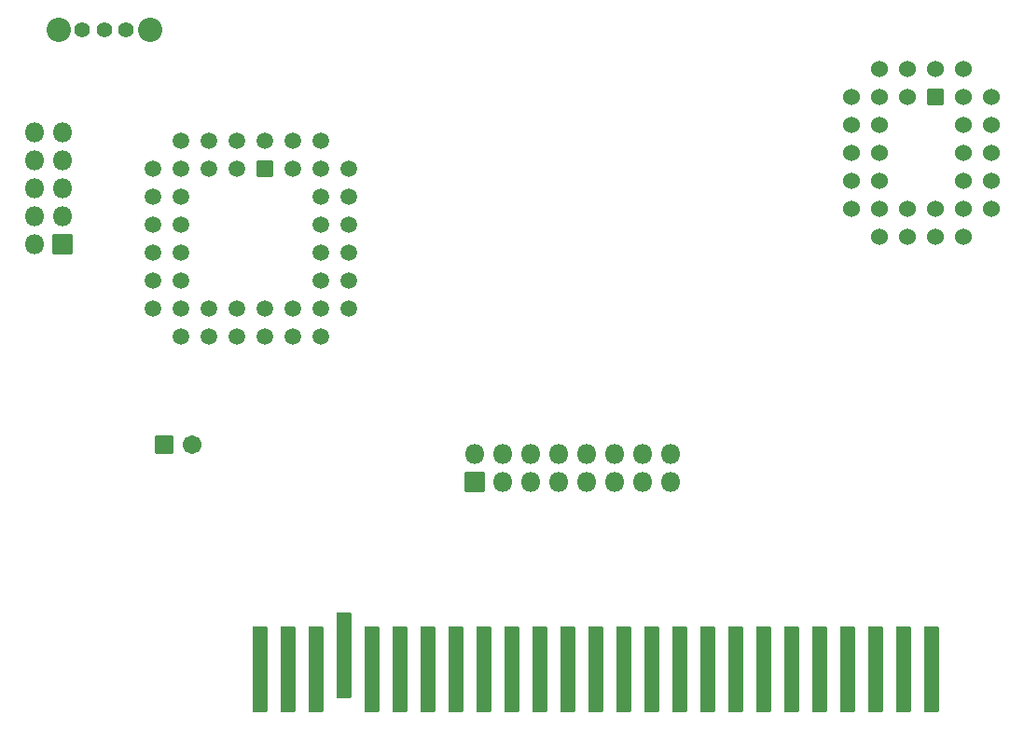
<source format=gbr>
G04 #@! TF.GenerationSoftware,KiCad,Pcbnew,(6.0.5)*
G04 #@! TF.CreationDate,2022-10-25T10:43:51-03:00*
G04 #@! TF.ProjectId,MSX USB Drive,4d535820-5553-4422-9044-726976652e6b,rev?*
G04 #@! TF.SameCoordinates,Original*
G04 #@! TF.FileFunction,Soldermask,Top*
G04 #@! TF.FilePolarity,Negative*
%FSLAX46Y46*%
G04 Gerber Fmt 4.6, Leading zero omitted, Abs format (unit mm)*
G04 Created by KiCad (PCBNEW (6.0.5)) date 2022-10-25 10:43:51*
%MOMM*%
%LPD*%
G01*
G04 APERTURE LIST*
G04 Aperture macros list*
%AMRoundRect*
0 Rectangle with rounded corners*
0 $1 Rounding radius*
0 $2 $3 $4 $5 $6 $7 $8 $9 X,Y pos of 4 corners*
0 Add a 4 corners polygon primitive as box body*
4,1,4,$2,$3,$4,$5,$6,$7,$8,$9,$2,$3,0*
0 Add four circle primitives for the rounded corners*
1,1,$1+$1,$2,$3*
1,1,$1+$1,$4,$5*
1,1,$1+$1,$6,$7*
1,1,$1+$1,$8,$9*
0 Add four rect primitives between the rounded corners*
20,1,$1+$1,$2,$3,$4,$5,0*
20,1,$1+$1,$4,$5,$6,$7,0*
20,1,$1+$1,$6,$7,$8,$9,0*
20,1,$1+$1,$8,$9,$2,$3,0*%
G04 Aperture macros list end*
%ADD10RoundRect,0.051000X-0.635000X-3.810000X0.635000X-3.810000X0.635000X3.810000X-0.635000X3.810000X0*%
%ADD11RoundRect,0.051000X-0.800000X-0.800000X0.800000X-0.800000X0.800000X0.800000X-0.800000X0.800000X0*%
%ADD12C,1.702000*%
%ADD13RoundRect,0.051000X0.850000X-0.850000X0.850000X0.850000X-0.850000X0.850000X-0.850000X-0.850000X0*%
%ADD14O,1.802000X1.802000*%
%ADD15C,1.410000*%
%ADD16C,2.202000*%
%ADD17RoundRect,0.051000X-0.711200X-0.711200X0.711200X-0.711200X0.711200X0.711200X-0.711200X0.711200X0*%
%ADD18C,1.524400*%
%ADD19RoundRect,0.051000X-0.698500X0.698500X-0.698500X-0.698500X0.698500X-0.698500X0.698500X0.698500X0*%
%ADD20C,1.499000*%
%ADD21RoundRect,0.051000X0.850000X0.850000X-0.850000X0.850000X-0.850000X-0.850000X0.850000X-0.850000X0*%
G04 APERTURE END LIST*
D10*
X113350000Y-124270000D03*
X110810000Y-124270000D03*
X161610000Y-124270000D03*
X171770000Y-124270000D03*
X164150000Y-124270000D03*
X159070000Y-124270000D03*
X156530000Y-124270000D03*
X153990000Y-124270000D03*
X166690000Y-124270000D03*
X169230000Y-124270000D03*
X138750000Y-124270000D03*
X136210000Y-124270000D03*
X133670000Y-124270000D03*
X146370000Y-124270000D03*
X143830000Y-124270000D03*
X148910000Y-124270000D03*
X141290000Y-124270000D03*
X151450000Y-124270000D03*
X120970000Y-124270000D03*
X131130000Y-124270000D03*
X128590000Y-124270000D03*
X126050000Y-124270000D03*
X123510000Y-124270000D03*
X118430000Y-123000000D03*
X115890000Y-124270000D03*
D11*
X102134900Y-103910000D03*
D12*
X104634900Y-103910000D03*
D13*
X130320000Y-107250000D03*
D14*
X130320000Y-104710000D03*
X132860000Y-107250000D03*
X132860000Y-104710000D03*
X135400000Y-107250000D03*
X135400000Y-104710000D03*
X137940000Y-107250000D03*
X137940000Y-104710000D03*
X140480000Y-107250000D03*
X140480000Y-104710000D03*
X143020000Y-107250000D03*
X143020000Y-104710000D03*
X145560000Y-107250000D03*
X145560000Y-104710000D03*
X148100000Y-107250000D03*
X148100000Y-104710000D03*
D15*
X98650000Y-66180000D03*
X94650000Y-66180000D03*
X96650000Y-66180000D03*
D16*
X100800000Y-66180000D03*
X92500000Y-66180000D03*
D17*
X172130000Y-72270000D03*
D18*
X169590000Y-69730000D03*
X169590000Y-72270000D03*
X167050000Y-69730000D03*
X164510000Y-72270000D03*
X167050000Y-72270000D03*
X164510000Y-74810000D03*
X167050000Y-74810000D03*
X164510000Y-77350000D03*
X167050000Y-77350000D03*
X164510000Y-79890000D03*
X167050000Y-79890000D03*
X164510000Y-82430000D03*
X167050000Y-84970000D03*
X167050000Y-82430000D03*
X169590000Y-84970000D03*
X169590000Y-82430000D03*
X172130000Y-84970000D03*
X172130000Y-82430000D03*
X174670000Y-84970000D03*
X177210000Y-82430000D03*
X174670000Y-82430000D03*
X177210000Y-79890000D03*
X174670000Y-79890000D03*
X177210000Y-77350000D03*
X174670000Y-77350000D03*
X177210000Y-74810000D03*
X174670000Y-74810000D03*
X177210000Y-72270000D03*
X174670000Y-69730000D03*
X174670000Y-72270000D03*
X172130000Y-69730000D03*
D19*
X111260000Y-78810000D03*
D20*
X108720000Y-76270000D03*
X108720000Y-78810000D03*
X106180000Y-76270000D03*
X106180000Y-78810000D03*
X103640000Y-76270000D03*
X101100000Y-78810000D03*
X103640000Y-78810000D03*
X101100000Y-81350000D03*
X103640000Y-81350000D03*
X101100000Y-83890000D03*
X103640000Y-83890000D03*
X101100000Y-86430000D03*
X103640000Y-86430000D03*
X101100000Y-88970000D03*
X103640000Y-88970000D03*
X101100000Y-91510000D03*
X103640000Y-94050000D03*
X103640000Y-91510000D03*
X106180000Y-94050000D03*
X106180000Y-91510000D03*
X108720000Y-94050000D03*
X108720000Y-91510000D03*
X111260000Y-94050000D03*
X111260000Y-91510000D03*
X113800000Y-94050000D03*
X113800000Y-91510000D03*
X116340000Y-94050000D03*
X118880000Y-91510000D03*
X116340000Y-91510000D03*
X118880000Y-88970000D03*
X116340000Y-88970000D03*
X118880000Y-86430000D03*
X116340000Y-86430000D03*
X118880000Y-83890000D03*
X116340000Y-83890000D03*
X118880000Y-81350000D03*
X116340000Y-81350000D03*
X118880000Y-78810000D03*
X116340000Y-76270000D03*
X116340000Y-78810000D03*
X113800000Y-76270000D03*
X113800000Y-78810000D03*
X111260000Y-76270000D03*
D21*
X92850000Y-85640000D03*
D14*
X90310000Y-85640000D03*
X92850000Y-83100000D03*
X90310000Y-83100000D03*
X92850000Y-80560000D03*
X90310000Y-80560000D03*
X92850000Y-78020000D03*
X90310000Y-78020000D03*
X92850000Y-75480000D03*
X90310000Y-75480000D03*
M02*

</source>
